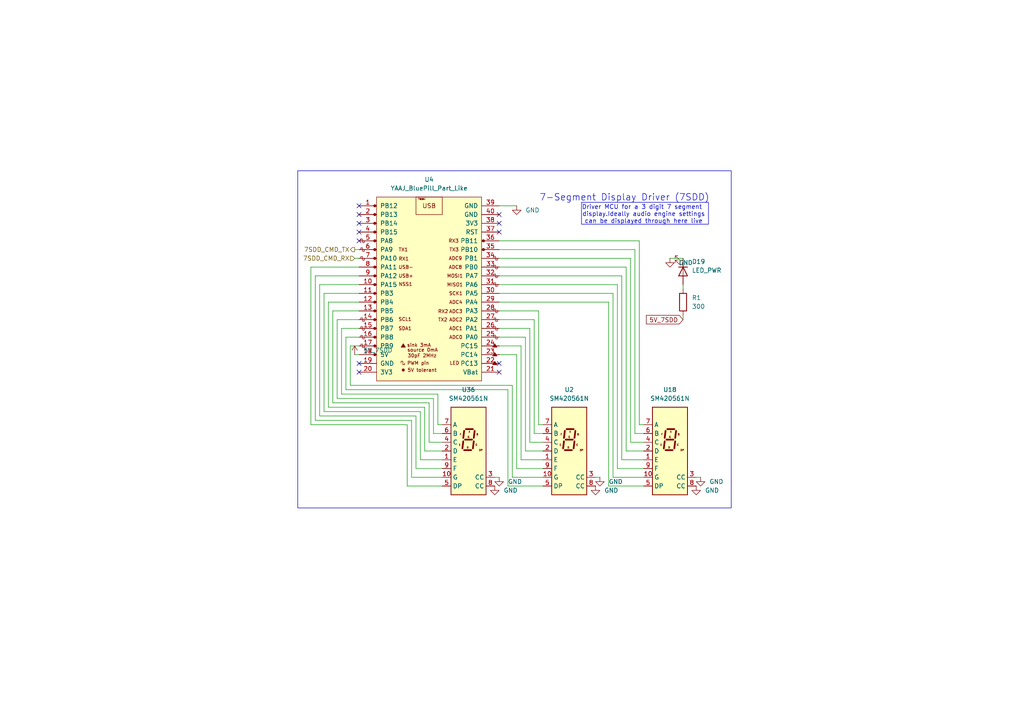
<source format=kicad_sch>
(kicad_sch (version 20250114) (generator "eeschema") (generator_version "9.0")
  (paper "A4")
  (title_block (date "2025-07-21") (rev "2"))
  (lib_symbols
    (symbol "Device:LED" (pin_numbers (hide yes)) (pin_names (offset 1.016) (hide yes))
      (property "Reference" "D" (at 0 2.54 0))
      (property "Value" "LED" (at 0 -2.54 0))
      (symbol "LED_0_1"
        (polyline (pts (xy -3.048 -0.762) (xy -4.572 -2.286) (xy -3.81 -2.286) (xy -4.572 -2.286) (xy -4.572 -1.524)))
        (polyline (pts (xy -1.778 -0.762) (xy -3.302 -2.286) (xy -2.54 -2.286) (xy -3.302 -2.286) (xy -3.302 -1.524)))
        (polyline (pts (xy -1.27 0) (xy 1.27 0)))
        (polyline (pts (xy -1.27 -1.27) (xy -1.27 1.27)) (stroke (width 0.254)))
        (polyline (pts (xy 1.27 -1.27) (xy 1.27 1.27) (xy -1.27 0) (xy 1.27 -1.27)) (stroke (width 0.254)))
      )
      (symbol "LED_1_1"
        (pin passive line (at -3.81 0 0) (length 2.54) (name "K") (number "1"))
        (pin passive line (at 3.81 0 180) (length 2.54) (name "A") (number "2"))
      )
    )
    (symbol "Device:R" (pin_numbers (hide yes)) (pin_names (offset 0))
      (property "Reference" "R" (at 2.032 0 90))
      (property "Value" "R" (at 0 0 90))
      (symbol "R_0_1"
        (rectangle (start -1.016 -2.54) (end 1.016 2.54) (stroke (width 0.254)))
      )
      (symbol "R_1_1"
        (pin passive line (at 0 3.81 270) (length 1.27) (name "~") (number "1"))
        (pin passive line (at 0 -3.81 90) (length 1.27) (name "~") (number "2"))
      )
    )
    (symbol "Display_Character:SM420561N"
      (property "Reference" "U" (at -2.54 13.97 0))
      (property "Value" "SM420561N" (at 1.27 13.97 0))
      (symbol "SM420561N_0_0"
        (text "E" (at -2.54 1.778 0) (effects (font (size 0.508 0.508))))
        (text "F" (at -2.286 4.826 0) (effects (font (size 0.508 0.508))))
        (text "D" (at -0.254 1.016 0) (effects (font (size 0.508 0.508))))
        (text "G" (at 0 4.064 0) (effects (font (size 0.508 0.508))))
        (text "A" (at 0.254 5.588 0) (effects (font (size 0.508 0.508))))
        (text "C" (at 2.286 1.778 0) (effects (font (size 0.508 0.508))))
        (text "B" (at 2.54 4.826 0) (effects (font (size 0.508 0.508))))
        (text "DP" (at 3.556 0.254 0) (effects (font (size 0.508 0.508))))
      )
      (symbol "SM420561N_0_1"
        (rectangle (start -5.08 12.7) (end 5.08 -12.7) (stroke (width 0.254)) (fill (type background)))
        (polyline (pts (xy -1.524 2.794) (xy -1.778 0.762)) (stroke (width 0.508)))
        (polyline (pts (xy -1.27 5.842) (xy -1.524 3.81)) (stroke (width 0.508)))
        (polyline (pts (xy -1.27 0.254) (xy 0.762 0.254)) (stroke (width 0.508)))
        (polyline (pts (xy -1.016 3.302) (xy 1.016 3.302)) (stroke (width 0.508)))
        (polyline (pts (xy -0.762 6.35) (xy 1.27 6.35)) (stroke (width 0.508)))
        (polyline (pts (xy 1.524 2.794) (xy 1.27 0.762)) (stroke (width 0.508)))
        (polyline (pts (xy 1.778 5.842) (xy 1.524 3.81)) (stroke (width 0.508)))
        (polyline (pts (xy 2.54 0.254) (xy 2.54 0.254)) (stroke (width 0.508)))
      )
      (symbol "SM420561N_1_1"
        (pin input line (at -7.62 7.62 0) (length 2.54) (name "A") (number "7"))
        (pin input line (at -7.62 5.08 0) (length 2.54) (name "B") (number "6"))
        (pin input line (at -7.62 2.54 0) (length 2.54) (name "C") (number "4"))
        (pin input line (at -7.62 0 0) (length 2.54) (name "D") (number "2"))
        (pin input line (at -7.62 -2.54 0) (length 2.54) (name "E") (number "1"))
        (pin input line (at -7.62 -5.08 0) (length 2.54) (name "F") (number "9"))
        (pin input line (at -7.62 -7.62 0) (length 2.54) (name "G") (number "10"))
        (pin input line (at -7.62 -10.16 0) (length 2.54) (name "DP") (number "5"))
        (pin input line (at 7.62 -7.62 180) (length 2.54) (name "CC") (number "3"))
        (pin input line (at 7.62 -10.16 180) (length 2.54) (name "CC") (number "8"))
      )
    )
    (symbol "YAAJ_BluePill_Part_Like:YAAJ_BluePill_Part_Like" (pin_names (offset 1.016))
      (property "Reference" "U" (at -12.7 25.4 0))
      (property "Value" "YAAJ_BluePill_Part_Like" (at 0 2.54 90))
      (symbol "YAAJ_BluePill_Part_Like_0_0"
        (circle (center -15.748 22.86) (radius 0.3556) (fill (type outline)))
        (circle (center -15.748 17.78) (radius 0.3556) (fill (type outline)))
        (circle (center -15.748 15.24) (radius 0.3556) (fill (type outline)))
        (circle (center -15.748 12.7) (radius 0.3556) (fill (type outline)))
        (circle (center -15.748 10.16) (radius 0.3556) (fill (type outline)))
        (circle (center -15.748 7.62) (radius 0.3556) (fill (type outline)))
        (circle (center -15.748 5.08) (radius 0.3556) (fill (type outline)))
        (circle (center -15.748 2.54) (radius 0.3556) (fill (type outline)))
        (circle (center -15.748 0) (radius 0.3556) (fill (type outline)))
        (circle (center -15.748 -2.54) (radius 0.3556) (fill (type outline)))
        (circle (center -15.748 -5.08) (radius 0.3556) (fill (type outline)))
        (circle (center -15.748 -7.62) (radius 0.3556) (fill (type outline)))
        (circle (center -15.748 -10.16) (radius 0.3556) (fill (type outline)))
        (circle (center -15.748 -12.7) (radius 0.3556) (fill (type outline)))
        (circle (center -15.748 -15.24) (radius 0.3556) (fill (type outline)))
        (circle (center -15.748 -17.78) (radius 0.3556) (fill (type outline)))
        (circle (center -15.748 -20.32) (radius 0.3556) (fill (type outline)))
        (polyline (pts (xy -8.128 -18.161) (xy -7.493 -17.145) (xy -6.858 -18.161) (xy -8.128 -18.161) (xy -7.493 -17.272) (xy -6.985 -18.161) (xy -8.001 -18.034) (xy -7.493 -17.399) (xy -7.112 -18.161) (xy -7.874 -17.907) (xy -7.366 -17.526) (xy -7.239 -18.161) (xy -7.747 -17.78) (xy -7.239 -17.653) (xy -7.366 -18.034) (xy -7.62 -17.78) (xy -7.366 -17.907) (xy -7.493 -17.653)))
        (circle (center -7.493 -24.765) (radius 0.127) (fill (type outline)))
        (circle (center -7.493 -24.765) (radius 0.254))
        (circle (center -7.493 -24.765) (radius 0.3556))
        (circle (center 15.748 12.7) (radius 0.254) (fill (type outline)))
        (circle (center 15.748 12.7) (radius 0.3556))
        (circle (center 15.748 10.16) (radius 0.254) (fill (type outline)))
        (circle (center 15.748 10.16) (radius 0.3556))
        (polyline (pts (xy 18.415 -18.161) (xy 19.05 -17.145) (xy 19.685 -18.161) (xy 18.415 -18.161) (xy 19.05 -17.272) (xy 19.558 -18.161) (xy 18.542 -18.034) (xy 19.05 -17.399) (xy 19.431 -18.161) (xy 18.669 -17.907) (xy 19.177 -17.526) (xy 19.304 -18.161) (xy 18.796 -17.78) (xy 19.304 -17.653) (xy 19.177 -18.034) (xy 18.923 -17.78) (xy 19.177 -17.907) (xy 19.05 -17.653)))
        (polyline (pts (xy 18.415 -20.701) (xy 19.05 -19.685) (xy 19.685 -20.701) (xy 18.415 -20.701) (xy 19.05 -19.812) (xy 19.558 -20.701) (xy 18.542 -20.574) (xy 19.05 -19.939) (xy 19.431 -20.701) (xy 18.669 -20.447) (xy 19.177 -20.066) (xy 19.304 -20.701) (xy 18.796 -20.32) (xy 19.304 -20.193) (xy 19.177 -20.574) (xy 18.923 -20.32) (xy 19.177 -20.447) (xy 19.05 -20.193)))
        (polyline (pts (xy 18.415 -23.241) (xy 19.05 -22.225) (xy 19.685 -23.241) (xy 18.415 -23.241) (xy 19.05 -22.352) (xy 19.558 -23.241) (xy 18.542 -23.114) (xy 19.05 -22.479) (xy 19.431 -23.241) (xy 18.669 -22.987) (xy 19.177 -22.606) (xy 19.304 -23.241) (xy 18.796 -22.86) (xy 19.304 -22.733) (xy 19.177 -23.114) (xy 18.923 -22.86) (xy 19.177 -22.987) (xy 19.05 -22.733)))
        (text "TX1" (at -7.493 10.16 0) (effects (font (size 0.9906 0.9906))))
        (text "RX1" (at -7.366 7.493 0) (effects (font (size 0.9906 0.9906))))
        (text "SCL1" (at -6.985 -10.033 0) (effects (font (size 0.9906 0.9906))))
        (text "SDA1" (at -6.985 -12.7 0) (effects (font (size 0.9906 0.9906))))
        (text "NSS1" (at -6.858 0.127 0) (effects (font (size 0.9906 0.9906))))
        (text "USB-" (at -6.731 5.08 0) (effects (font (size 0.9906 0.9906))))
        (text "USB+" (at -6.731 2.54 0) (effects (font (size 0.9906 0.9906))))
        (text "PWM pin" (at -3.175 -22.733 0) (effects (font (size 0.9906 0.9906))))
        (text "sink 3mA" (at -2.921 -17.526 0) (effects (font (size 0.9906 0.9906))))
        (text "Y@@J" (at -2.159 24.892 0) (effects (font (size 0.508 0.508))))
        (text "30pF 2MHz" (at -2.032 -20.574 0) (effects (font (size 0.9906 0.9906))))
        (text "5V tolerant" (at -2.032 -24.765 0) (effects (font (size 0.9906 0.9906))))
        (text "source 0mA" (at -1.905 -18.923 0) (effects (font (size 0.9906 0.9906))))
        (text "USB" (at 0 22.86 0) (effects (font (size 1.27 1.27))))
        (text "TX2" (at 3.937 -10.16 0) (effects (font (size 0.9906 0.9906))))
        (text "RX2" (at 4.064 -7.747 0) (effects (font (size 0.9906 0.9906))))
        (text "RX3" (at 7.112 12.7 0) (effects (font (size 0.9906 0.9906))))
        (text "TX3" (at 7.239 10.16 0) (effects (font (size 0.9906 0.9906))))
        (text "LED" (at 7.366 -22.733 0) (effects (font (size 0.9906 0.9906))))
        (text "MOSI1" (at 7.493 2.54 0) (effects (font (size 0.9906 0.9906))))
        (text "MISO1" (at 7.493 0 0) (effects (font (size 0.9906 0.9906))))
        (text "ADC9" (at 7.62 7.62 0) (effects (font (size 0.9906 0.9906))))
        (text "ADC8" (at 7.62 5.08 0) (effects (font (size 0.9906 0.9906))))
        (text "SCK1" (at 7.747 -2.54 0) (effects (font (size 0.9906 0.9906))))
        (text "ADC4" (at 7.747 -5.08 0) (effects (font (size 0.9906 0.9906))))
        (text "ADC3" (at 7.747 -7.747 0) (effects (font (size 0.9906 0.9906))))
        (text "ADC2" (at 7.747 -10.16 0) (effects (font (size 0.9906 0.9906))))
        (text "ADC1" (at 7.747 -12.7 0) (effects (font (size 0.9906 0.9906))))
        (text "ADC0" (at 7.747 -15.24 0) (effects (font (size 0.9906 0.9906))))
      )
      (symbol "YAAJ_BluePill_Part_Like_0_1"
        (polyline (pts (xy -18.796 12.7) (xy -18.796 12.192) (xy -19.304 12.192) (xy -19.304 13.208) (xy -19.812 13.208) (xy -19.812 12.7)))
        (polyline (pts (xy -18.796 10.16) (xy -18.796 9.652) (xy -19.304 9.652) (xy -19.304 10.668) (xy -19.812 10.668) (xy -19.812 10.16)))
        (polyline (pts (xy -18.796 7.62) (xy -18.796 7.112) (xy -19.304 7.112) (xy -19.304 8.128) (xy -19.812 8.128) (xy -19.812 7.62)))
        (polyline (pts (xy -18.796 -10.16) (xy -18.796 -10.668) (xy -19.304 -10.668) (xy -19.304 -9.652) (xy -19.812 -9.652) (xy -19.812 -10.16)))
        (polyline (pts (xy -18.796 -12.7) (xy -18.796 -13.208) (xy -19.304 -13.208) (xy -19.304 -12.192) (xy -19.812 -12.192) (xy -19.812 -12.7)))
        (polyline (pts (xy -18.796 -15.24) (xy -18.796 -15.748) (xy -19.304 -15.748) (xy -19.304 -14.732) (xy -19.812 -14.732) (xy -19.812 -15.24)))
        (polyline (pts (xy -18.796 -17.78) (xy -18.796 -18.288) (xy -19.304 -18.288) (xy -19.304 -17.272) (xy -19.812 -17.272) (xy -19.812 -17.78)))
        (rectangle (start -15.24 25.4) (end 15.24 -27.94) (fill (type background)))
        (polyline (pts (xy -7.112 -22.733) (xy -7.112 -23.241) (xy -7.62 -23.241) (xy -7.62 -22.225) (xy -8.128 -22.225) (xy -8.128 -22.733)))
        (rectangle (start 3.81 25.4) (end -3.81 20.32))
        (polyline (pts (xy 19.812 7.62) (xy 19.812 7.112) (xy 19.304 7.112) (xy 19.304 8.128) (xy 18.796 8.128) (xy 18.796 7.62)))
        (polyline (pts (xy 19.812 5.08) (xy 19.812 4.572) (xy 19.304 4.572) (xy 19.304 5.588) (xy 18.796 5.588) (xy 18.796 5.08)))
        (polyline (pts (xy 19.812 2.54) (xy 19.812 2.032) (xy 19.304 2.032) (xy 19.304 3.048) (xy 18.796 3.048) (xy 18.796 2.54)))
        (polyline (pts (xy 19.812 0) (xy 19.812 -0.508) (xy 19.304 -0.508) (xy 19.304 0.508) (xy 18.796 0.508) (xy 18.796 0)))
        (polyline (pts (xy 19.812 -7.62) (xy 19.812 -8.128) (xy 19.304 -8.128) (xy 19.304 -7.112) (xy 18.796 -7.112) (xy 18.796 -7.62)))
        (polyline (pts (xy 19.812 -10.16) (xy 19.812 -10.668) (xy 19.304 -10.668) (xy 19.304 -9.652) (xy 18.796 -9.652) (xy 18.796 -10.16)))
        (polyline (pts (xy 19.812 -12.7) (xy 19.812 -13.208) (xy 19.304 -13.208) (xy 19.304 -12.192) (xy 18.796 -12.192) (xy 18.796 -12.7)))
        (polyline (pts (xy 19.812 -15.24) (xy 19.812 -15.748) (xy 19.304 -15.748) (xy 19.304 -14.732) (xy 18.796 -14.732) (xy 18.796 -15.24)))
      )
      (symbol "YAAJ_BluePill_Part_Like_1_1"
        (circle (center -15.748 20.32) (radius 0.3556) (fill (type outline)))
        (pin bidirectional line (at -20.32 22.86 0) (length 5.08) (name "PB12") (number "1"))
        (pin bidirectional line (at -20.32 20.32 0) (length 5.08) (name "PB13") (number "2"))
        (pin bidirectional line (at -20.32 17.78 0) (length 5.08) (name "PB14") (number "3"))
        (pin bidirectional line (at -20.32 15.24 0) (length 5.08) (name "PB15") (number "4"))
        (pin bidirectional line (at -20.32 12.7 0) (length 5.08) (name "PA8") (number "5"))
        (pin bidirectional line (at -20.32 10.16 0) (length 5.08) (name "PA9") (number "6"))
        (pin bidirectional line (at -20.32 7.62 0) (length 5.08) (name "PA10") (number "7"))
        (pin bidirectional line (at -20.32 5.08 0) (length 5.08) (name "PA11") (number "8"))
        (pin bidirectional line (at -20.32 2.54 0) (length 5.08) (name "PA12") (number "9"))
        (pin bidirectional line (at -20.32 0 0) (length 5.08) (name "PA15") (number "10"))
        (pin bidirectional line (at -20.32 -2.54 0) (length 5.08) (name "PB3") (number "11"))
        (pin bidirectional line (at -20.32 -5.08 0) (length 5.08) (name "PB4") (number "12"))
        (pin bidirectional line (at -20.32 -7.62 0) (length 5.08) (name "PB5") (number "13"))
        (pin bidirectional line (at -20.32 -10.16 0) (length 5.08) (name "PB6") (number "14"))
        (pin bidirectional line (at -20.32 -12.7 0) (length 5.08) (name "PB7") (number "15"))
        (pin bidirectional line (at -20.32 -15.24 0) (length 5.08) (name "PB8") (number "16"))
        (pin bidirectional line (at -20.32 -17.78 0) (length 5.08) (name "PB9") (number "17"))
        (pin power_in line (at -20.32 -20.32 0) (length 5.08) (name "5V") (number "18"))
        (pin power_in line (at -20.32 -22.86 0) (length 5.08) (name "GND") (number "19"))
        (pin power_in line (at -20.32 -25.4 0) (length 5.08) (name "3V3") (number "20"))
        (pin power_in line (at 20.32 22.86 180) (length 5.08) (name "GND") (number "39"))
        (pin power_in line (at 20.32 20.32 180) (length 5.08) (name "GND") (number "40"))
        (pin power_in line (at 20.32 17.78 180) (length 5.08) (name "3V3") (number "38"))
        (pin input line (at 20.32 15.24 180) (length 5.08) (name "RST") (number "37"))
        (pin bidirectional line (at 20.32 12.7 180) (length 5.08) (name "PB11") (number "36"))
        (pin bidirectional line (at 20.32 10.16 180) (length 5.08) (name "PB10") (number "35"))
        (pin bidirectional line (at 20.32 7.62 180) (length 5.08) (name "PB1") (number "34"))
        (pin bidirectional line (at 20.32 5.08 180) (length 5.08) (name "PB0") (number "33"))
        (pin bidirectional line (at 20.32 2.54 180) (length 5.08) (name "PA7") (number "32"))
        (pin bidirectional line (at 20.32 0 180) (length 5.08) (name "PA6") (number "31"))
        (pin bidirectional line (at 20.32 -2.54 180) (length 5.08) (name "PA5") (number "30"))
        (pin bidirectional line (at 20.32 -5.08 180) (length 5.08) (name "PA4") (number "29"))
        (pin bidirectional line (at 20.32 -7.62 180) (length 5.08) (name "PA3") (number "28"))
        (pin bidirectional line (at 20.32 -10.16 180) (length 5.08) (name "PA2") (number "27"))
        (pin bidirectional line (at 20.32 -12.7 180) (length 5.08) (name "PA1") (number "26"))
        (pin bidirectional line (at 20.32 -15.24 180) (length 5.08) (name "PA0") (number "25"))
        (pin bidirectional line (at 20.32 -17.78 180) (length 5.08) (name "PC15") (number "24"))
        (pin bidirectional line (at 20.32 -20.32 180) (length 5.08) (name "PC14") (number "23"))
        (pin bidirectional line (at 20.32 -22.86 180) (length 5.08) (name "PC13") (number "22"))
        (pin power_in line (at 20.32 -25.4 180) (length 5.08) (name "VBat") (number "21"))
      )
    )
    (symbol "power:+5V" (power) (pin_numbers (hide yes)) (pin_names (offset 0) (hide yes))
      (property "Value" "+5V" (at 0 3.556 0))
      (symbol "+5V_0_1"
        (polyline (pts (xy -0.762 1.27) (xy 0 2.54)))
        (polyline (pts (xy 0 2.54) (xy 0.762 1.27)))
        (polyline (pts (xy 0 0) (xy 0 2.54)))
      )
      (symbol "+5V_1_1"
        (pin power_in line (at 0 0 90) (length 0) (name "~") (number "1"))
      )
    )
    (symbol "power:GND" (power) (pin_numbers (hide yes)) (pin_names (offset 0) (hide yes))
      (property "Value" "GND" (at 0 -3.81 0))
      (symbol "GND_0_1"
        (polyline (pts (xy 0 0) (xy 0 -1.27) (xy 1.27 -1.27) (xy 0 -2.54) (xy -1.27 -1.27) (xy 0 -1.27)))
      )
      (symbol "GND_1_1"
        (pin power_in line (at 0 0 270) (length 0) (name "~") (number "1"))
      )
    )
  )
  (rectangle (start 86.36 49.53) (end 212.09 147.32))
  (rectangle (start 168.656 58.674) (end 205.486 65.024))
  (text "Driver MCU for a 3 digit 7 segment \ndisplay.Ideally audio engine settings\ncan be displayed through here live" (at 186.69 62.23 0) (effects (font (size 1.27 1.27))))
  (text "7-Segment Display Driver (7SDD)" (at 181.102 57.404 0) (effects (font (size 1.905 1.905))))
  (no_connect (at 104.14 59.69))
  (no_connect (at 144.78 64.77))
  (no_connect (at 104.14 67.31))
  (no_connect (at 144.78 105.41))
  (no_connect (at 104.14 69.85))
  (no_connect (at 104.14 105.41))
  (no_connect (at 144.78 107.95))
  (no_connect (at 144.78 67.31))
  (no_connect (at 104.14 107.95))
  (no_connect (at 144.78 62.23))
  (no_connect (at 104.14 64.77))
  (no_connect (at 104.14 62.23))
  (wire (pts (xy 184.15 72.39) (xy 144.78 72.39)))
  (wire (pts (xy 121.92 119.38) (xy 93.98 119.38)))
  (wire (pts (xy 118.11 123.19) (xy 118.11 140.97)))
  (wire (pts (xy 149.86 135.89) (xy 157.48 135.89)))
  (wire (pts (xy 120.65 135.89) (xy 128.27 135.89)))
  (wire (pts (xy 179.07 135.89) (xy 179.07 82.55)))
  (wire (pts (xy 157.48 128.27) (xy 153.67 128.27)))
  (wire (pts (xy 104.14 82.55) (xy 92.71 82.55)))
  (wire (pts (xy 124.46 128.27) (xy 124.46 116.84)))
  (wire (pts (xy 185.42 123.19) (xy 186.69 123.19)))
  (wire (pts (xy 144.78 87.63) (xy 176.53 87.63)))
  (wire (pts (xy 182.88 74.93) (xy 182.88 128.27)))
  (wire (pts (xy 154.94 92.71) (xy 154.94 125.73)))
  (wire (pts (xy 127 114.3) (xy 99.06 114.3)))
  (wire (pts (xy 144.78 69.85) (xy 185.42 69.85)))
  (wire (pts (xy 102.87 74.93) (xy 104.14 74.93)))
  (wire (pts (xy 154.94 125.73) (xy 157.48 125.73)))
  (wire (pts (xy 92.71 82.55) (xy 92.71 120.65)))
  (wire (pts (xy 153.67 95.25) (xy 144.78 95.25)))
  (wire (pts (xy 120.65 120.65) (xy 120.65 135.89)))
  (wire (pts (xy 104.14 92.71) (xy 97.79 92.71)))
  (wire (pts (xy 144.78 80.01) (xy 180.34 80.01)))
  (wire (pts (xy 186.69 138.43) (xy 177.8 138.43)))
  (wire (pts (xy 201.93 138.43) (xy 203.2 138.43)))
  (wire (pts (xy 123.19 118.11) (xy 123.19 130.81)))
  (wire (pts (xy 97.79 115.57) (xy 125.73 115.57)))
  (wire (pts (xy 147.32 140.97) (xy 147.32 113.03)))
  (wire (pts (xy 179.07 82.55) (xy 144.78 82.55)))
  (wire (pts (xy 172.72 138.43) (xy 173.99 138.43)))
  (wire (pts (xy 93.98 85.09) (xy 104.14 85.09)))
  (wire (pts (xy 123.19 130.81) (xy 128.27 130.81)))
  (wire (pts (xy 100.33 97.79) (xy 104.14 97.79)))
  (wire (pts (xy 128.27 138.43) (xy 119.38 138.43)))
  (wire (pts (xy 177.8 85.09) (xy 144.78 85.09)))
  (wire (pts (xy 157.48 133.35) (xy 151.13 133.35)))
  (wire (pts (xy 198.12 92.71) (xy 198.12 91.44)))
  (wire (pts (xy 198.12 82.55) (xy 198.12 83.82)))
  (wire (pts (xy 157.48 140.97) (xy 147.32 140.97)))
  (wire (pts (xy 119.38 121.92) (xy 91.44 121.92)))
  (wire (pts (xy 180.34 80.01) (xy 180.34 133.35)))
  (wire (pts (xy 144.78 59.69) (xy 149.86 59.69)))
  (wire (pts (xy 127 123.19) (xy 127 114.3)))
  (wire (pts (xy 182.88 128.27) (xy 186.69 128.27)))
  (wire (pts (xy 156.21 123.19) (xy 157.48 123.19)))
  (wire (pts (xy 104.14 100.33) (xy 101.6 100.33)))
  (wire (pts (xy 102.87 102.87) (xy 104.14 102.87)))
  (wire (pts (xy 128.27 133.35) (xy 121.92 133.35)))
  (wire (pts (xy 125.73 115.57) (xy 125.73 125.73)))
  (wire (pts (xy 144.78 90.17) (xy 156.21 90.17)))
  (wire (pts (xy 144.78 92.71) (xy 154.94 92.71)))
  (wire (pts (xy 181.61 77.47) (xy 144.78 77.47)))
  (wire (pts (xy 99.06 114.3) (xy 99.06 95.25)))
  (wire (pts (xy 143.51 138.43) (xy 144.78 138.43)))
  (wire (pts (xy 186.69 125.73) (xy 184.15 125.73)))
  (wire (pts (xy 181.61 130.81) (xy 181.61 77.47)))
  (wire (pts (xy 151.13 100.33) (xy 144.78 100.33)))
  (wire (pts (xy 95.25 118.11) (xy 123.19 118.11)))
  (wire (pts (xy 148.59 111.76) (xy 148.59 138.43)))
  (wire (pts (xy 180.34 133.35) (xy 186.69 133.35)))
  (wire (pts (xy 101.6 111.76) (xy 148.59 111.76)))
  (wire (pts (xy 152.4 97.79) (xy 152.4 130.81)))
  (wire (pts (xy 177.8 138.43) (xy 177.8 85.09)))
  (wire (pts (xy 96.52 90.17) (xy 104.14 90.17)))
  (wire (pts (xy 176.53 140.97) (xy 186.69 140.97)))
  (wire (pts (xy 118.11 140.97) (xy 128.27 140.97)))
  (wire (pts (xy 128.27 123.19) (xy 127 123.19)))
  (wire (pts (xy 91.44 80.01) (xy 104.14 80.01)))
  (wire (pts (xy 194.31 74.93) (xy 198.12 74.93)))
  (wire (pts (xy 185.42 69.85) (xy 185.42 123.19)))
  (wire (pts (xy 148.59 138.43) (xy 157.48 138.43)))
  (wire (pts (xy 151.13 133.35) (xy 151.13 100.33)))
  (wire (pts (xy 144.78 102.87) (xy 149.86 102.87)))
  (wire (pts (xy 186.69 130.81) (xy 181.61 130.81)))
  (wire (pts (xy 153.67 128.27) (xy 153.67 95.25)))
  (wire (pts (xy 101.6 100.33) (xy 101.6 111.76)))
  (wire (pts (xy 97.79 92.71) (xy 97.79 115.57)))
  (wire (pts (xy 152.4 130.81) (xy 157.48 130.81)))
  (wire (pts (xy 95.25 87.63) (xy 95.25 118.11)))
  (wire (pts (xy 144.78 97.79) (xy 152.4 97.79)))
  (wire (pts (xy 96.52 116.84) (xy 96.52 90.17)))
  (wire (pts (xy 184.15 125.73) (xy 184.15 72.39)))
  (wire (pts (xy 104.14 87.63) (xy 95.25 87.63)))
  (wire (pts (xy 121.92 133.35) (xy 121.92 119.38)))
  (wire (pts (xy 100.33 113.03) (xy 100.33 97.79)))
  (wire (pts (xy 149.86 102.87) (xy 149.86 135.89)))
  (wire (pts (xy 147.32 113.03) (xy 100.33 113.03)))
  (wire (pts (xy 93.98 85.09) (xy 93.98 119.38)))
  (wire (pts (xy 90.17 123.19) (xy 118.11 123.19)))
  (wire (pts (xy 156.21 90.17) (xy 156.21 123.19)))
  (wire (pts (xy 176.53 87.63) (xy 176.53 140.97)))
  (wire (pts (xy 102.87 72.39) (xy 104.14 72.39)))
  (wire (pts (xy 119.38 138.43) (xy 119.38 121.92)))
  (wire (pts (xy 144.78 74.93) (xy 182.88 74.93)))
  (wire (pts (xy 90.17 77.47) (xy 90.17 123.19)))
  (wire (pts (xy 104.14 77.47) (xy 90.17 77.47)))
  (wire (pts (xy 186.69 135.89) (xy 179.07 135.89)))
  (wire (pts (xy 99.06 95.25) (xy 104.14 95.25)))
  (wire (pts (xy 128.27 128.27) (xy 124.46 128.27)))
  (wire (pts (xy 92.71 120.65) (xy 120.65 120.65)))
  (wire (pts (xy 125.73 125.73) (xy 128.27 125.73)))
  (wire (pts (xy 91.44 121.92) (xy 91.44 80.01)))
  (wire (pts (xy 124.46 116.84) (xy 96.52 116.84)))
  (global_label "5V_7SDD" (shape input) (at 198.12 92.71 180) (property "Intersheetrefs" "${INTERSHEET_REFS}" (effects (hide yes))))
  (hierarchical_label "7SDD_CMD_RX" (shape input) (at 102.87 74.93 180))
  (hierarchical_label "7SDD_CMD_TX" (shape output) (at 102.87 72.39 180))
  (symbol (lib_id "Device:R") (at 198.12 87.63 0) (unit 1)
    (property "Reference" "R1" (at 200.66 86.3599 0) (effects (justify left)))
    (property "Value" "300" (at 200.66 88.8999 0) (effects (justify left)))
    (property "Footprint" "Resistor_SMD:R_0805_2012Metric_Pad1.20x1.40mm_HandSolder" (effects (hide yes)))
    (property "Description" "Resistor" (effects (hide yes)))
    (property "DigiKey_Part_Number" "311-10.0KCRCT-ND" (effects (hide yes)))
    (property "Price" "0.0129" (effects (hide yes)))
  )
  (symbol (lib_id "power:GND") (at 149.86 59.69 0) (unit 1)
    (property "Reference" "#PWR06" (effects (hide yes)))
    (property "Value" "GND" (at 152.4 60.9599 0) (effects (justify left)))
    (property "Description" "Power symbol creates a global label with name \"GND\" , ground" (effects (hide yes)))
  )
  (symbol (lib_id "Display_Character:SM420561N") (at 165.1 130.81 0) (unit 1)
    (property "Reference" "U2" (at 165.1 113.03 0))
    (property "Value" "SM420561N" (at 165.1 115.57 0))
    (property "Footprint" "Display_7Segment:7SegmentLED_LTS6760_LTS6780" (effects (hide yes)))
    (property "Datasheet" "https://datasheet.lcsc.com/szlcsc/Wuxi-ARK-Tech-Elec-SM420561N_C141367.pdf" (effects (hide yes)))
    (property "Description" "One digit 7 segment blue LED, common cathode" (effects (hide yes)))
  )
  (symbol (lib_id "power:GND") (at 172.72 140.97 0) (unit 1)
    (property "Reference" "#PWR010" (effects (hide yes)))
    (property "Value" "GND" (at 175.26 142.2399 0) (effects (justify left)))
    (property "Description" "Power symbol creates a global label with name \"GND\" , ground" (effects (hide yes)))
  )
  (symbol (lib_id "Device:LED") (at 198.12 78.74 270) (unit 1)
    (property "Reference" "D19" (at 200.66 75.8824 90) (effects (justify left)))
    (property "Value" "LED_PWR" (at 200.66 78.4224 90) (effects (justify left)))
    (property "Footprint" "LED_SMD:LED_0603_1608Metric" (effects (hide yes)))
    (property "Description" "Light emitting diode" (effects (hide yes)))
    (property "Sim.Pins" "1=K 2=A" (effects (hide yes)))
  )
  (symbol (lib_id "power:GND") (at 201.93 140.97 0) (unit 1)
    (property "Reference" "#PWR012" (effects (hide yes)))
    (property "Value" "GND" (at 204.47 142.2399 0) (effects (justify left)))
    (property "Description" "Power symbol creates a global label with name \"GND\" , ground" (effects (hide yes)))
  )
  (symbol (lib_id "power:GND") (at 194.31 74.93 0) (unit 1)
    (property "Reference" "#PWR014" (effects (hide yes)))
    (property "Value" "GND" (at 196.85 76.1999 0) (effects (justify left)))
    (property "Description" "Power symbol creates a global label with name \"GND\" , ground" (effects (hide yes)))
  )
  (symbol (lib_id "Display_Character:SM420561N") (at 135.89 130.81 0) (unit 1)
    (property "Reference" "U36" (at 135.89 113.03 0))
    (property "Value" "SM420561N" (at 135.89 115.57 0))
    (property "Footprint" "Display_7Segment:7SegmentLED_LTS6760_LTS6780" (effects (hide yes)))
    (property "Datasheet" "https://datasheet.lcsc.com/szlcsc/Wuxi-ARK-Tech-Elec-SM420561N_C141367.pdf" (effects (hide yes)))
    (property "Description" "One digit 7 segment blue LED, common cathode" (effects (hide yes)))
  )
  (symbol (lib_id "power:GND") (at 203.2 138.43 0) (unit 1)
    (property "Reference" "#PWR013" (effects (hide yes)))
    (property "Value" "GND" (at 205.74 139.6999 0) (effects (justify left)))
    (property "Description" "Power symbol creates a global label with name \"GND\" , ground" (effects (hide yes)))
  )
  (symbol (lib_id "power:GND") (at 173.99 138.43 0) (unit 1)
    (property "Reference" "#PWR011" (effects (hide yes)))
    (property "Value" "GND" (at 176.53 139.6999 0) (effects (justify left)))
    (property "Description" "Power symbol creates a global label with name \"GND\" , ground" (effects (hide yes)))
  )
  (symbol (lib_id "power:GND") (at 143.51 140.97 0) (unit 1)
    (property "Reference" "#PWR08" (effects (hide yes)))
    (property "Value" "GND" (at 146.05 142.2399 0) (effects (justify left)))
    (property "Description" "Power symbol creates a global label with name \"GND\" , ground" (effects (hide yes)))
  )
  (symbol (lib_id "power:+5V") (at 102.87 102.87 0) (unit 1)
    (property "Reference" "#PWR07" (effects (hide yes)))
    (property "Value" "5V_7SDD" (at 105.41 101.5999 0) (effects (justify left)))
    (property "Description" "Power symbol creates a global label with name \"+5V\"" (effects (hide yes)))
  )
  (symbol (lib_id "Display_Character:SM420561N") (at 194.31 130.81 0) (unit 1)
    (property "Reference" "U18" (at 194.31 113.03 0))
    (property "Value" "SM420561N" (at 194.31 115.57 0))
    (property "Footprint" "Display_7Segment:7SegmentLED_LTS6760_LTS6780" (effects (hide yes)))
    (property "Datasheet" "https://datasheet.lcsc.com/szlcsc/Wuxi-ARK-Tech-Elec-SM420561N_C141367.pdf" (effects (hide yes)))
    (property "Description" "One digit 7 segment blue LED, common cathode" (effects (hide yes)))
  )
  (symbol (lib_id "YAAJ_BluePill_Part_Like:YAAJ_BluePill_Part_Like") (at 124.46 82.55 0) (unit 1)
    (property "Reference" "U4" (at 124.46 52.07 0))
    (property "Value" "YAAJ_BluePill_Part_Like" (at 124.46 54.61 0))
    (property "Footprint" "Footprints:YAAJ_WeAct_BlackPill_SWD_2" (effects (hide yes)))
    (property "Description" "STM32 Blue Pill ; not KLC compliant" (effects (hide yes)))
  )
  (symbol (lib_id "power:GND") (at 144.78 138.43 0) (unit 1)
    (property "Reference" "#PWR09" (effects (hide yes)))
    (property "Value" "GND" (at 147.32 139.6999 0) (effects (justify left)))
    (property "Description" "Power symbol creates a global label with name \"GND\" , ground" (effects (hide yes)))
  )
)
</source>
